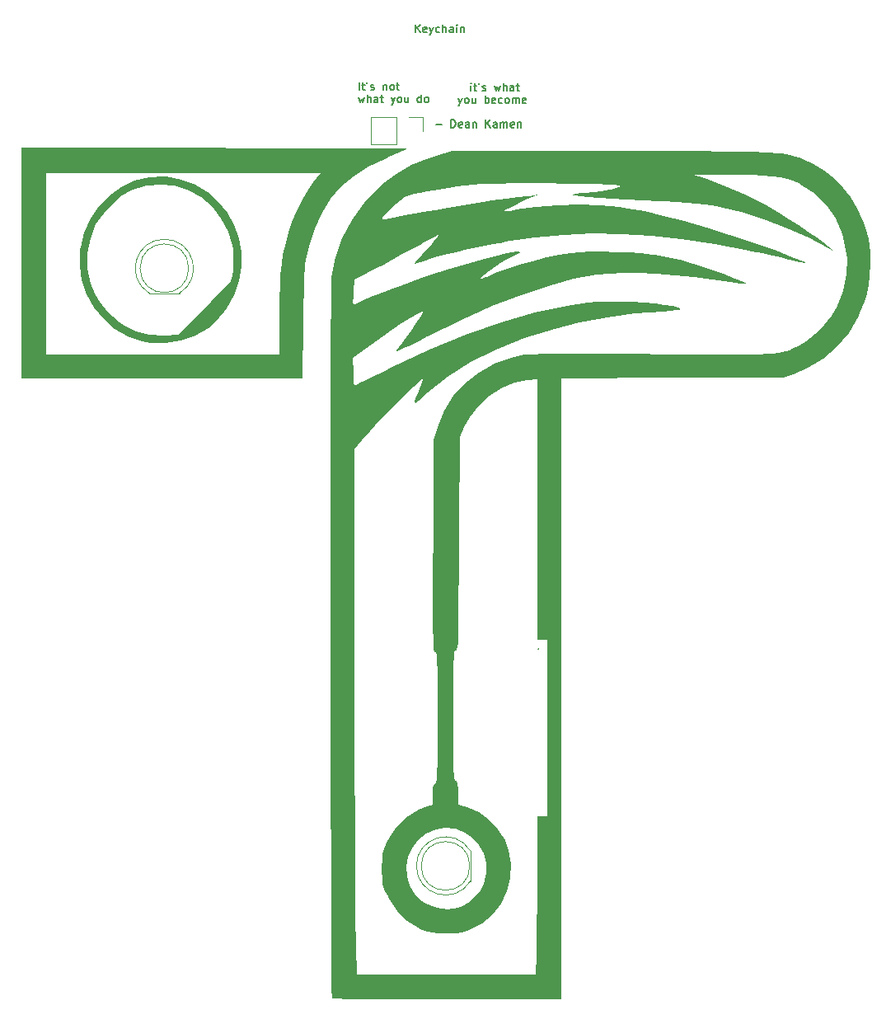
<source format=gbr>
%TF.GenerationSoftware,KiCad,Pcbnew,9.0.1*%
%TF.CreationDate,2025-04-25T03:06:48-06:00*%
%TF.ProjectId,Now were talkin,4e6f7720-7765-4726-9520-74616c6b696e,rev?*%
%TF.SameCoordinates,Original*%
%TF.FileFunction,Legend,Top*%
%TF.FilePolarity,Positive*%
%FSLAX46Y46*%
G04 Gerber Fmt 4.6, Leading zero omitted, Abs format (unit mm)*
G04 Created by KiCad (PCBNEW 9.0.1) date 2025-04-25 03:06:48*
%MOMM*%
%LPD*%
G01*
G04 APERTURE LIST*
%ADD10C,0.160000*%
%ADD11C,0.120000*%
%ADD12C,0.000000*%
G04 APERTURE END LIST*
D10*
X168795739Y-92089013D02*
X169405263Y-92089013D01*
X170395739Y-92393775D02*
X170395739Y-91593775D01*
X170395739Y-91593775D02*
X170586215Y-91593775D01*
X170586215Y-91593775D02*
X170700501Y-91631870D01*
X170700501Y-91631870D02*
X170776691Y-91708060D01*
X170776691Y-91708060D02*
X170814786Y-91784251D01*
X170814786Y-91784251D02*
X170852882Y-91936632D01*
X170852882Y-91936632D02*
X170852882Y-92050918D01*
X170852882Y-92050918D02*
X170814786Y-92203299D01*
X170814786Y-92203299D02*
X170776691Y-92279489D01*
X170776691Y-92279489D02*
X170700501Y-92355680D01*
X170700501Y-92355680D02*
X170586215Y-92393775D01*
X170586215Y-92393775D02*
X170395739Y-92393775D01*
X171500501Y-92355680D02*
X171424310Y-92393775D01*
X171424310Y-92393775D02*
X171271929Y-92393775D01*
X171271929Y-92393775D02*
X171195739Y-92355680D01*
X171195739Y-92355680D02*
X171157643Y-92279489D01*
X171157643Y-92279489D02*
X171157643Y-91974727D01*
X171157643Y-91974727D02*
X171195739Y-91898537D01*
X171195739Y-91898537D02*
X171271929Y-91860441D01*
X171271929Y-91860441D02*
X171424310Y-91860441D01*
X171424310Y-91860441D02*
X171500501Y-91898537D01*
X171500501Y-91898537D02*
X171538596Y-91974727D01*
X171538596Y-91974727D02*
X171538596Y-92050918D01*
X171538596Y-92050918D02*
X171157643Y-92127108D01*
X172224310Y-92393775D02*
X172224310Y-91974727D01*
X172224310Y-91974727D02*
X172186215Y-91898537D01*
X172186215Y-91898537D02*
X172110024Y-91860441D01*
X172110024Y-91860441D02*
X171957643Y-91860441D01*
X171957643Y-91860441D02*
X171881453Y-91898537D01*
X172224310Y-92355680D02*
X172148119Y-92393775D01*
X172148119Y-92393775D02*
X171957643Y-92393775D01*
X171957643Y-92393775D02*
X171881453Y-92355680D01*
X171881453Y-92355680D02*
X171843357Y-92279489D01*
X171843357Y-92279489D02*
X171843357Y-92203299D01*
X171843357Y-92203299D02*
X171881453Y-92127108D01*
X171881453Y-92127108D02*
X171957643Y-92089013D01*
X171957643Y-92089013D02*
X172148119Y-92089013D01*
X172148119Y-92089013D02*
X172224310Y-92050918D01*
X172605263Y-91860441D02*
X172605263Y-92393775D01*
X172605263Y-91936632D02*
X172643358Y-91898537D01*
X172643358Y-91898537D02*
X172719548Y-91860441D01*
X172719548Y-91860441D02*
X172833834Y-91860441D01*
X172833834Y-91860441D02*
X172910025Y-91898537D01*
X172910025Y-91898537D02*
X172948120Y-91974727D01*
X172948120Y-91974727D02*
X172948120Y-92393775D01*
X173938597Y-92393775D02*
X173938597Y-91593775D01*
X174395740Y-92393775D02*
X174052882Y-91936632D01*
X174395740Y-91593775D02*
X173938597Y-92050918D01*
X175081454Y-92393775D02*
X175081454Y-91974727D01*
X175081454Y-91974727D02*
X175043359Y-91898537D01*
X175043359Y-91898537D02*
X174967168Y-91860441D01*
X174967168Y-91860441D02*
X174814787Y-91860441D01*
X174814787Y-91860441D02*
X174738597Y-91898537D01*
X175081454Y-92355680D02*
X175005263Y-92393775D01*
X175005263Y-92393775D02*
X174814787Y-92393775D01*
X174814787Y-92393775D02*
X174738597Y-92355680D01*
X174738597Y-92355680D02*
X174700501Y-92279489D01*
X174700501Y-92279489D02*
X174700501Y-92203299D01*
X174700501Y-92203299D02*
X174738597Y-92127108D01*
X174738597Y-92127108D02*
X174814787Y-92089013D01*
X174814787Y-92089013D02*
X175005263Y-92089013D01*
X175005263Y-92089013D02*
X175081454Y-92050918D01*
X175462407Y-92393775D02*
X175462407Y-91860441D01*
X175462407Y-91936632D02*
X175500502Y-91898537D01*
X175500502Y-91898537D02*
X175576692Y-91860441D01*
X175576692Y-91860441D02*
X175690978Y-91860441D01*
X175690978Y-91860441D02*
X175767169Y-91898537D01*
X175767169Y-91898537D02*
X175805264Y-91974727D01*
X175805264Y-91974727D02*
X175805264Y-92393775D01*
X175805264Y-91974727D02*
X175843359Y-91898537D01*
X175843359Y-91898537D02*
X175919550Y-91860441D01*
X175919550Y-91860441D02*
X176033835Y-91860441D01*
X176033835Y-91860441D02*
X176110026Y-91898537D01*
X176110026Y-91898537D02*
X176148121Y-91974727D01*
X176148121Y-91974727D02*
X176148121Y-92393775D01*
X176833836Y-92355680D02*
X176757645Y-92393775D01*
X176757645Y-92393775D02*
X176605264Y-92393775D01*
X176605264Y-92393775D02*
X176529074Y-92355680D01*
X176529074Y-92355680D02*
X176490978Y-92279489D01*
X176490978Y-92279489D02*
X176490978Y-91974727D01*
X176490978Y-91974727D02*
X176529074Y-91898537D01*
X176529074Y-91898537D02*
X176605264Y-91860441D01*
X176605264Y-91860441D02*
X176757645Y-91860441D01*
X176757645Y-91860441D02*
X176833836Y-91898537D01*
X176833836Y-91898537D02*
X176871931Y-91974727D01*
X176871931Y-91974727D02*
X176871931Y-92050918D01*
X176871931Y-92050918D02*
X176490978Y-92127108D01*
X177214788Y-91860441D02*
X177214788Y-92393775D01*
X177214788Y-91936632D02*
X177252883Y-91898537D01*
X177252883Y-91898537D02*
X177329073Y-91860441D01*
X177329073Y-91860441D02*
X177443359Y-91860441D01*
X177443359Y-91860441D02*
X177519550Y-91898537D01*
X177519550Y-91898537D02*
X177557645Y-91974727D01*
X177557645Y-91974727D02*
X177557645Y-92393775D01*
X166754291Y-82625440D02*
X166754291Y-81825440D01*
X167211434Y-82625440D02*
X166868576Y-82168297D01*
X167211434Y-81825440D02*
X166754291Y-82282583D01*
X167859053Y-82587345D02*
X167782862Y-82625440D01*
X167782862Y-82625440D02*
X167630481Y-82625440D01*
X167630481Y-82625440D02*
X167554291Y-82587345D01*
X167554291Y-82587345D02*
X167516195Y-82511154D01*
X167516195Y-82511154D02*
X167516195Y-82206392D01*
X167516195Y-82206392D02*
X167554291Y-82130202D01*
X167554291Y-82130202D02*
X167630481Y-82092106D01*
X167630481Y-82092106D02*
X167782862Y-82092106D01*
X167782862Y-82092106D02*
X167859053Y-82130202D01*
X167859053Y-82130202D02*
X167897148Y-82206392D01*
X167897148Y-82206392D02*
X167897148Y-82282583D01*
X167897148Y-82282583D02*
X167516195Y-82358773D01*
X168163814Y-82092106D02*
X168354290Y-82625440D01*
X168544767Y-82092106D02*
X168354290Y-82625440D01*
X168354290Y-82625440D02*
X168278100Y-82815916D01*
X168278100Y-82815916D02*
X168240005Y-82854011D01*
X168240005Y-82854011D02*
X168163814Y-82892106D01*
X169192386Y-82587345D02*
X169116195Y-82625440D01*
X169116195Y-82625440D02*
X168963814Y-82625440D01*
X168963814Y-82625440D02*
X168887624Y-82587345D01*
X168887624Y-82587345D02*
X168849529Y-82549249D01*
X168849529Y-82549249D02*
X168811433Y-82473059D01*
X168811433Y-82473059D02*
X168811433Y-82244487D01*
X168811433Y-82244487D02*
X168849529Y-82168297D01*
X168849529Y-82168297D02*
X168887624Y-82130202D01*
X168887624Y-82130202D02*
X168963814Y-82092106D01*
X168963814Y-82092106D02*
X169116195Y-82092106D01*
X169116195Y-82092106D02*
X169192386Y-82130202D01*
X169535243Y-82625440D02*
X169535243Y-81825440D01*
X169878100Y-82625440D02*
X169878100Y-82206392D01*
X169878100Y-82206392D02*
X169840005Y-82130202D01*
X169840005Y-82130202D02*
X169763814Y-82092106D01*
X169763814Y-82092106D02*
X169649528Y-82092106D01*
X169649528Y-82092106D02*
X169573338Y-82130202D01*
X169573338Y-82130202D02*
X169535243Y-82168297D01*
X170601910Y-82625440D02*
X170601910Y-82206392D01*
X170601910Y-82206392D02*
X170563815Y-82130202D01*
X170563815Y-82130202D02*
X170487624Y-82092106D01*
X170487624Y-82092106D02*
X170335243Y-82092106D01*
X170335243Y-82092106D02*
X170259053Y-82130202D01*
X170601910Y-82587345D02*
X170525719Y-82625440D01*
X170525719Y-82625440D02*
X170335243Y-82625440D01*
X170335243Y-82625440D02*
X170259053Y-82587345D01*
X170259053Y-82587345D02*
X170220957Y-82511154D01*
X170220957Y-82511154D02*
X170220957Y-82434964D01*
X170220957Y-82434964D02*
X170259053Y-82358773D01*
X170259053Y-82358773D02*
X170335243Y-82320678D01*
X170335243Y-82320678D02*
X170525719Y-82320678D01*
X170525719Y-82320678D02*
X170601910Y-82282583D01*
X170982863Y-82625440D02*
X170982863Y-82092106D01*
X170982863Y-81825440D02*
X170944767Y-81863535D01*
X170944767Y-81863535D02*
X170982863Y-81901630D01*
X170982863Y-81901630D02*
X171020958Y-81863535D01*
X171020958Y-81863535D02*
X170982863Y-81825440D01*
X170982863Y-81825440D02*
X170982863Y-81901630D01*
X171363815Y-82092106D02*
X171363815Y-82625440D01*
X171363815Y-82168297D02*
X171401910Y-82130202D01*
X171401910Y-82130202D02*
X171478100Y-82092106D01*
X171478100Y-82092106D02*
X171592386Y-82092106D01*
X171592386Y-82092106D02*
X171668577Y-82130202D01*
X171668577Y-82130202D02*
X171706672Y-82206392D01*
X171706672Y-82206392D02*
X171706672Y-82625440D01*
X172422478Y-88605820D02*
X172422478Y-88072486D01*
X172422478Y-87805820D02*
X172384382Y-87843915D01*
X172384382Y-87843915D02*
X172422478Y-87882010D01*
X172422478Y-87882010D02*
X172460573Y-87843915D01*
X172460573Y-87843915D02*
X172422478Y-87805820D01*
X172422478Y-87805820D02*
X172422478Y-87882010D01*
X172689144Y-88072486D02*
X172993906Y-88072486D01*
X172803430Y-87805820D02*
X172803430Y-88491534D01*
X172803430Y-88491534D02*
X172841525Y-88567725D01*
X172841525Y-88567725D02*
X172917715Y-88605820D01*
X172917715Y-88605820D02*
X172993906Y-88605820D01*
X173298668Y-87805820D02*
X173222477Y-87958201D01*
X173603429Y-88567725D02*
X173679620Y-88605820D01*
X173679620Y-88605820D02*
X173832001Y-88605820D01*
X173832001Y-88605820D02*
X173908191Y-88567725D01*
X173908191Y-88567725D02*
X173946287Y-88491534D01*
X173946287Y-88491534D02*
X173946287Y-88453439D01*
X173946287Y-88453439D02*
X173908191Y-88377248D01*
X173908191Y-88377248D02*
X173832001Y-88339153D01*
X173832001Y-88339153D02*
X173717715Y-88339153D01*
X173717715Y-88339153D02*
X173641525Y-88301058D01*
X173641525Y-88301058D02*
X173603429Y-88224867D01*
X173603429Y-88224867D02*
X173603429Y-88186772D01*
X173603429Y-88186772D02*
X173641525Y-88110582D01*
X173641525Y-88110582D02*
X173717715Y-88072486D01*
X173717715Y-88072486D02*
X173832001Y-88072486D01*
X173832001Y-88072486D02*
X173908191Y-88110582D01*
X174822477Y-88072486D02*
X174974858Y-88605820D01*
X174974858Y-88605820D02*
X175127239Y-88224867D01*
X175127239Y-88224867D02*
X175279620Y-88605820D01*
X175279620Y-88605820D02*
X175432001Y-88072486D01*
X175736763Y-88605820D02*
X175736763Y-87805820D01*
X176079620Y-88605820D02*
X176079620Y-88186772D01*
X176079620Y-88186772D02*
X176041525Y-88110582D01*
X176041525Y-88110582D02*
X175965334Y-88072486D01*
X175965334Y-88072486D02*
X175851048Y-88072486D01*
X175851048Y-88072486D02*
X175774858Y-88110582D01*
X175774858Y-88110582D02*
X175736763Y-88148677D01*
X176803430Y-88605820D02*
X176803430Y-88186772D01*
X176803430Y-88186772D02*
X176765335Y-88110582D01*
X176765335Y-88110582D02*
X176689144Y-88072486D01*
X176689144Y-88072486D02*
X176536763Y-88072486D01*
X176536763Y-88072486D02*
X176460573Y-88110582D01*
X176803430Y-88567725D02*
X176727239Y-88605820D01*
X176727239Y-88605820D02*
X176536763Y-88605820D01*
X176536763Y-88605820D02*
X176460573Y-88567725D01*
X176460573Y-88567725D02*
X176422477Y-88491534D01*
X176422477Y-88491534D02*
X176422477Y-88415344D01*
X176422477Y-88415344D02*
X176460573Y-88339153D01*
X176460573Y-88339153D02*
X176536763Y-88301058D01*
X176536763Y-88301058D02*
X176727239Y-88301058D01*
X176727239Y-88301058D02*
X176803430Y-88262963D01*
X177070097Y-88072486D02*
X177374859Y-88072486D01*
X177184383Y-87805820D02*
X177184383Y-88491534D01*
X177184383Y-88491534D02*
X177222478Y-88567725D01*
X177222478Y-88567725D02*
X177298668Y-88605820D01*
X177298668Y-88605820D02*
X177374859Y-88605820D01*
X171127239Y-89360441D02*
X171317715Y-89893775D01*
X171508192Y-89360441D02*
X171317715Y-89893775D01*
X171317715Y-89893775D02*
X171241525Y-90084251D01*
X171241525Y-90084251D02*
X171203430Y-90122346D01*
X171203430Y-90122346D02*
X171127239Y-90160441D01*
X171927239Y-89893775D02*
X171851049Y-89855680D01*
X171851049Y-89855680D02*
X171812954Y-89817584D01*
X171812954Y-89817584D02*
X171774858Y-89741394D01*
X171774858Y-89741394D02*
X171774858Y-89512822D01*
X171774858Y-89512822D02*
X171812954Y-89436632D01*
X171812954Y-89436632D02*
X171851049Y-89398537D01*
X171851049Y-89398537D02*
X171927239Y-89360441D01*
X171927239Y-89360441D02*
X172041525Y-89360441D01*
X172041525Y-89360441D02*
X172117716Y-89398537D01*
X172117716Y-89398537D02*
X172155811Y-89436632D01*
X172155811Y-89436632D02*
X172193906Y-89512822D01*
X172193906Y-89512822D02*
X172193906Y-89741394D01*
X172193906Y-89741394D02*
X172155811Y-89817584D01*
X172155811Y-89817584D02*
X172117716Y-89855680D01*
X172117716Y-89855680D02*
X172041525Y-89893775D01*
X172041525Y-89893775D02*
X171927239Y-89893775D01*
X172879621Y-89360441D02*
X172879621Y-89893775D01*
X172536764Y-89360441D02*
X172536764Y-89779489D01*
X172536764Y-89779489D02*
X172574859Y-89855680D01*
X172574859Y-89855680D02*
X172651049Y-89893775D01*
X172651049Y-89893775D02*
X172765335Y-89893775D01*
X172765335Y-89893775D02*
X172841526Y-89855680D01*
X172841526Y-89855680D02*
X172879621Y-89817584D01*
X173870098Y-89893775D02*
X173870098Y-89093775D01*
X173870098Y-89398537D02*
X173946288Y-89360441D01*
X173946288Y-89360441D02*
X174098669Y-89360441D01*
X174098669Y-89360441D02*
X174174860Y-89398537D01*
X174174860Y-89398537D02*
X174212955Y-89436632D01*
X174212955Y-89436632D02*
X174251050Y-89512822D01*
X174251050Y-89512822D02*
X174251050Y-89741394D01*
X174251050Y-89741394D02*
X174212955Y-89817584D01*
X174212955Y-89817584D02*
X174174860Y-89855680D01*
X174174860Y-89855680D02*
X174098669Y-89893775D01*
X174098669Y-89893775D02*
X173946288Y-89893775D01*
X173946288Y-89893775D02*
X173870098Y-89855680D01*
X174898670Y-89855680D02*
X174822479Y-89893775D01*
X174822479Y-89893775D02*
X174670098Y-89893775D01*
X174670098Y-89893775D02*
X174593908Y-89855680D01*
X174593908Y-89855680D02*
X174555812Y-89779489D01*
X174555812Y-89779489D02*
X174555812Y-89474727D01*
X174555812Y-89474727D02*
X174593908Y-89398537D01*
X174593908Y-89398537D02*
X174670098Y-89360441D01*
X174670098Y-89360441D02*
X174822479Y-89360441D01*
X174822479Y-89360441D02*
X174898670Y-89398537D01*
X174898670Y-89398537D02*
X174936765Y-89474727D01*
X174936765Y-89474727D02*
X174936765Y-89550918D01*
X174936765Y-89550918D02*
X174555812Y-89627108D01*
X175622479Y-89855680D02*
X175546288Y-89893775D01*
X175546288Y-89893775D02*
X175393907Y-89893775D01*
X175393907Y-89893775D02*
X175317717Y-89855680D01*
X175317717Y-89855680D02*
X175279622Y-89817584D01*
X175279622Y-89817584D02*
X175241526Y-89741394D01*
X175241526Y-89741394D02*
X175241526Y-89512822D01*
X175241526Y-89512822D02*
X175279622Y-89436632D01*
X175279622Y-89436632D02*
X175317717Y-89398537D01*
X175317717Y-89398537D02*
X175393907Y-89360441D01*
X175393907Y-89360441D02*
X175546288Y-89360441D01*
X175546288Y-89360441D02*
X175622479Y-89398537D01*
X176079621Y-89893775D02*
X176003431Y-89855680D01*
X176003431Y-89855680D02*
X175965336Y-89817584D01*
X175965336Y-89817584D02*
X175927240Y-89741394D01*
X175927240Y-89741394D02*
X175927240Y-89512822D01*
X175927240Y-89512822D02*
X175965336Y-89436632D01*
X175965336Y-89436632D02*
X176003431Y-89398537D01*
X176003431Y-89398537D02*
X176079621Y-89360441D01*
X176079621Y-89360441D02*
X176193907Y-89360441D01*
X176193907Y-89360441D02*
X176270098Y-89398537D01*
X176270098Y-89398537D02*
X176308193Y-89436632D01*
X176308193Y-89436632D02*
X176346288Y-89512822D01*
X176346288Y-89512822D02*
X176346288Y-89741394D01*
X176346288Y-89741394D02*
X176308193Y-89817584D01*
X176308193Y-89817584D02*
X176270098Y-89855680D01*
X176270098Y-89855680D02*
X176193907Y-89893775D01*
X176193907Y-89893775D02*
X176079621Y-89893775D01*
X176689146Y-89893775D02*
X176689146Y-89360441D01*
X176689146Y-89436632D02*
X176727241Y-89398537D01*
X176727241Y-89398537D02*
X176803431Y-89360441D01*
X176803431Y-89360441D02*
X176917717Y-89360441D01*
X176917717Y-89360441D02*
X176993908Y-89398537D01*
X176993908Y-89398537D02*
X177032003Y-89474727D01*
X177032003Y-89474727D02*
X177032003Y-89893775D01*
X177032003Y-89474727D02*
X177070098Y-89398537D01*
X177070098Y-89398537D02*
X177146289Y-89360441D01*
X177146289Y-89360441D02*
X177260574Y-89360441D01*
X177260574Y-89360441D02*
X177336765Y-89398537D01*
X177336765Y-89398537D02*
X177374860Y-89474727D01*
X177374860Y-89474727D02*
X177374860Y-89893775D01*
X178060575Y-89855680D02*
X177984384Y-89893775D01*
X177984384Y-89893775D02*
X177832003Y-89893775D01*
X177832003Y-89893775D02*
X177755813Y-89855680D01*
X177755813Y-89855680D02*
X177717717Y-89779489D01*
X177717717Y-89779489D02*
X177717717Y-89474727D01*
X177717717Y-89474727D02*
X177755813Y-89398537D01*
X177755813Y-89398537D02*
X177832003Y-89360441D01*
X177832003Y-89360441D02*
X177984384Y-89360441D01*
X177984384Y-89360441D02*
X178060575Y-89398537D01*
X178060575Y-89398537D02*
X178098670Y-89474727D01*
X178098670Y-89474727D02*
X178098670Y-89550918D01*
X178098670Y-89550918D02*
X177717717Y-89627108D01*
X160942802Y-88527756D02*
X160942802Y-87727756D01*
X161209468Y-87994422D02*
X161514230Y-87994422D01*
X161323754Y-87727756D02*
X161323754Y-88413470D01*
X161323754Y-88413470D02*
X161361849Y-88489661D01*
X161361849Y-88489661D02*
X161438039Y-88527756D01*
X161438039Y-88527756D02*
X161514230Y-88527756D01*
X161818992Y-87727756D02*
X161742801Y-87880137D01*
X162123753Y-88489661D02*
X162199944Y-88527756D01*
X162199944Y-88527756D02*
X162352325Y-88527756D01*
X162352325Y-88527756D02*
X162428515Y-88489661D01*
X162428515Y-88489661D02*
X162466611Y-88413470D01*
X162466611Y-88413470D02*
X162466611Y-88375375D01*
X162466611Y-88375375D02*
X162428515Y-88299184D01*
X162428515Y-88299184D02*
X162352325Y-88261089D01*
X162352325Y-88261089D02*
X162238039Y-88261089D01*
X162238039Y-88261089D02*
X162161849Y-88222994D01*
X162161849Y-88222994D02*
X162123753Y-88146803D01*
X162123753Y-88146803D02*
X162123753Y-88108708D01*
X162123753Y-88108708D02*
X162161849Y-88032518D01*
X162161849Y-88032518D02*
X162238039Y-87994422D01*
X162238039Y-87994422D02*
X162352325Y-87994422D01*
X162352325Y-87994422D02*
X162428515Y-88032518D01*
X163418992Y-87994422D02*
X163418992Y-88527756D01*
X163418992Y-88070613D02*
X163457087Y-88032518D01*
X163457087Y-88032518D02*
X163533277Y-87994422D01*
X163533277Y-87994422D02*
X163647563Y-87994422D01*
X163647563Y-87994422D02*
X163723754Y-88032518D01*
X163723754Y-88032518D02*
X163761849Y-88108708D01*
X163761849Y-88108708D02*
X163761849Y-88527756D01*
X164257087Y-88527756D02*
X164180897Y-88489661D01*
X164180897Y-88489661D02*
X164142802Y-88451565D01*
X164142802Y-88451565D02*
X164104706Y-88375375D01*
X164104706Y-88375375D02*
X164104706Y-88146803D01*
X164104706Y-88146803D02*
X164142802Y-88070613D01*
X164142802Y-88070613D02*
X164180897Y-88032518D01*
X164180897Y-88032518D02*
X164257087Y-87994422D01*
X164257087Y-87994422D02*
X164371373Y-87994422D01*
X164371373Y-87994422D02*
X164447564Y-88032518D01*
X164447564Y-88032518D02*
X164485659Y-88070613D01*
X164485659Y-88070613D02*
X164523754Y-88146803D01*
X164523754Y-88146803D02*
X164523754Y-88375375D01*
X164523754Y-88375375D02*
X164485659Y-88451565D01*
X164485659Y-88451565D02*
X164447564Y-88489661D01*
X164447564Y-88489661D02*
X164371373Y-88527756D01*
X164371373Y-88527756D02*
X164257087Y-88527756D01*
X164752326Y-87994422D02*
X165057088Y-87994422D01*
X164866612Y-87727756D02*
X164866612Y-88413470D01*
X164866612Y-88413470D02*
X164904707Y-88489661D01*
X164904707Y-88489661D02*
X164980897Y-88527756D01*
X164980897Y-88527756D02*
X165057088Y-88527756D01*
X160866611Y-89282377D02*
X161018992Y-89815711D01*
X161018992Y-89815711D02*
X161171373Y-89434758D01*
X161171373Y-89434758D02*
X161323754Y-89815711D01*
X161323754Y-89815711D02*
X161476135Y-89282377D01*
X161780897Y-89815711D02*
X161780897Y-89015711D01*
X162123754Y-89815711D02*
X162123754Y-89396663D01*
X162123754Y-89396663D02*
X162085659Y-89320473D01*
X162085659Y-89320473D02*
X162009468Y-89282377D01*
X162009468Y-89282377D02*
X161895182Y-89282377D01*
X161895182Y-89282377D02*
X161818992Y-89320473D01*
X161818992Y-89320473D02*
X161780897Y-89358568D01*
X162847564Y-89815711D02*
X162847564Y-89396663D01*
X162847564Y-89396663D02*
X162809469Y-89320473D01*
X162809469Y-89320473D02*
X162733278Y-89282377D01*
X162733278Y-89282377D02*
X162580897Y-89282377D01*
X162580897Y-89282377D02*
X162504707Y-89320473D01*
X162847564Y-89777616D02*
X162771373Y-89815711D01*
X162771373Y-89815711D02*
X162580897Y-89815711D01*
X162580897Y-89815711D02*
X162504707Y-89777616D01*
X162504707Y-89777616D02*
X162466611Y-89701425D01*
X162466611Y-89701425D02*
X162466611Y-89625235D01*
X162466611Y-89625235D02*
X162504707Y-89549044D01*
X162504707Y-89549044D02*
X162580897Y-89510949D01*
X162580897Y-89510949D02*
X162771373Y-89510949D01*
X162771373Y-89510949D02*
X162847564Y-89472854D01*
X163114231Y-89282377D02*
X163418993Y-89282377D01*
X163228517Y-89015711D02*
X163228517Y-89701425D01*
X163228517Y-89701425D02*
X163266612Y-89777616D01*
X163266612Y-89777616D02*
X163342802Y-89815711D01*
X163342802Y-89815711D02*
X163418993Y-89815711D01*
X164218993Y-89282377D02*
X164409469Y-89815711D01*
X164599946Y-89282377D02*
X164409469Y-89815711D01*
X164409469Y-89815711D02*
X164333279Y-90006187D01*
X164333279Y-90006187D02*
X164295184Y-90044282D01*
X164295184Y-90044282D02*
X164218993Y-90082377D01*
X165018993Y-89815711D02*
X164942803Y-89777616D01*
X164942803Y-89777616D02*
X164904708Y-89739520D01*
X164904708Y-89739520D02*
X164866612Y-89663330D01*
X164866612Y-89663330D02*
X164866612Y-89434758D01*
X164866612Y-89434758D02*
X164904708Y-89358568D01*
X164904708Y-89358568D02*
X164942803Y-89320473D01*
X164942803Y-89320473D02*
X165018993Y-89282377D01*
X165018993Y-89282377D02*
X165133279Y-89282377D01*
X165133279Y-89282377D02*
X165209470Y-89320473D01*
X165209470Y-89320473D02*
X165247565Y-89358568D01*
X165247565Y-89358568D02*
X165285660Y-89434758D01*
X165285660Y-89434758D02*
X165285660Y-89663330D01*
X165285660Y-89663330D02*
X165247565Y-89739520D01*
X165247565Y-89739520D02*
X165209470Y-89777616D01*
X165209470Y-89777616D02*
X165133279Y-89815711D01*
X165133279Y-89815711D02*
X165018993Y-89815711D01*
X165971375Y-89282377D02*
X165971375Y-89815711D01*
X165628518Y-89282377D02*
X165628518Y-89701425D01*
X165628518Y-89701425D02*
X165666613Y-89777616D01*
X165666613Y-89777616D02*
X165742803Y-89815711D01*
X165742803Y-89815711D02*
X165857089Y-89815711D01*
X165857089Y-89815711D02*
X165933280Y-89777616D01*
X165933280Y-89777616D02*
X165971375Y-89739520D01*
X167304709Y-89815711D02*
X167304709Y-89015711D01*
X167304709Y-89777616D02*
X167228518Y-89815711D01*
X167228518Y-89815711D02*
X167076137Y-89815711D01*
X167076137Y-89815711D02*
X166999947Y-89777616D01*
X166999947Y-89777616D02*
X166961852Y-89739520D01*
X166961852Y-89739520D02*
X166923756Y-89663330D01*
X166923756Y-89663330D02*
X166923756Y-89434758D01*
X166923756Y-89434758D02*
X166961852Y-89358568D01*
X166961852Y-89358568D02*
X166999947Y-89320473D01*
X166999947Y-89320473D02*
X167076137Y-89282377D01*
X167076137Y-89282377D02*
X167228518Y-89282377D01*
X167228518Y-89282377D02*
X167304709Y-89320473D01*
X167799947Y-89815711D02*
X167723757Y-89777616D01*
X167723757Y-89777616D02*
X167685662Y-89739520D01*
X167685662Y-89739520D02*
X167647566Y-89663330D01*
X167647566Y-89663330D02*
X167647566Y-89434758D01*
X167647566Y-89434758D02*
X167685662Y-89358568D01*
X167685662Y-89358568D02*
X167723757Y-89320473D01*
X167723757Y-89320473D02*
X167799947Y-89282377D01*
X167799947Y-89282377D02*
X167914233Y-89282377D01*
X167914233Y-89282377D02*
X167990424Y-89320473D01*
X167990424Y-89320473D02*
X168028519Y-89358568D01*
X168028519Y-89358568D02*
X168066614Y-89434758D01*
X168066614Y-89434758D02*
X168066614Y-89663330D01*
X168066614Y-89663330D02*
X168028519Y-89739520D01*
X168028519Y-89739520D02*
X167990424Y-89777616D01*
X167990424Y-89777616D02*
X167914233Y-89815711D01*
X167914233Y-89815711D02*
X167799947Y-89815711D01*
D11*
%TO.C,D3*%
X139379867Y-109400290D02*
X142469867Y-109400290D01*
X139380037Y-109400290D02*
G75*
G02*
X140924819Y-103850290I1544830J2560000D01*
G01*
X140924915Y-103850290D02*
G75*
G02*
X142469697Y-109400290I-48J-2990000D01*
G01*
X143424867Y-106840290D02*
G75*
G02*
X138424867Y-106840290I-2500000J0D01*
G01*
X138424867Y-106840290D02*
G75*
G02*
X143424867Y-106840290I2500000J0D01*
G01*
D12*
%TO.C,G\u002A\u002A\u002A*%
G36*
X179379284Y-145827417D02*
G01*
X179398524Y-146018201D01*
X179379284Y-146041763D01*
X179283713Y-146019696D01*
X179272111Y-145934590D01*
X179330931Y-145802267D01*
X179379284Y-145827417D01*
G37*
G36*
X148514577Y-94492200D02*
G01*
X150915472Y-94494090D01*
X153205088Y-94497143D01*
X155364138Y-94501279D01*
X157373335Y-94506418D01*
X159213392Y-94512481D01*
X160865022Y-94519387D01*
X162308939Y-94527058D01*
X163525856Y-94535413D01*
X164496485Y-94544373D01*
X165201540Y-94553858D01*
X165621735Y-94563788D01*
X165740406Y-94573047D01*
X165570722Y-94665444D01*
X165164306Y-94860419D01*
X164578708Y-95131048D01*
X163871480Y-95450407D01*
X163732180Y-95512557D01*
X161921417Y-96409106D01*
X160388622Y-97378158D01*
X159102218Y-98457684D01*
X158030627Y-99685656D01*
X157142271Y-101100044D01*
X156405571Y-102738820D01*
X155788951Y-104639955D01*
X155623850Y-105262438D01*
X155530747Y-105652468D01*
X155454752Y-106041573D01*
X155393527Y-106469072D01*
X155344735Y-106974286D01*
X155306038Y-107596534D01*
X155275100Y-108375136D01*
X155249583Y-109349411D01*
X155227150Y-110558679D01*
X155205463Y-112042260D01*
X155201000Y-112376046D01*
X155124964Y-118123198D01*
X140673221Y-118123198D01*
X126221478Y-118123198D01*
X126221478Y-115711806D01*
X128793630Y-115711806D01*
X140770212Y-115711806D01*
X152746795Y-115711806D01*
X152746795Y-111640767D01*
X152756848Y-110002439D01*
X152791306Y-108624878D01*
X152856622Y-107447832D01*
X152959243Y-106411051D01*
X153105622Y-105454285D01*
X153302209Y-104517282D01*
X153555453Y-103539791D01*
X153649548Y-103208474D01*
X154045956Y-102059937D01*
X154581791Y-100822623D01*
X155201549Y-99608639D01*
X155849726Y-98530087D01*
X156234200Y-97988071D01*
X156945333Y-97063704D01*
X142869482Y-97063704D01*
X128793630Y-97063704D01*
X128793630Y-106387755D01*
X128793630Y-115711806D01*
X126221478Y-115711806D01*
X126221478Y-106387755D01*
X126221478Y-106307375D01*
X126221478Y-94491552D01*
X146021689Y-94491552D01*
X148514577Y-94492200D01*
G37*
G36*
X141129529Y-97443380D02*
G01*
X142700499Y-97722742D01*
X144124968Y-98262892D01*
X145389197Y-99031787D01*
X146479447Y-99997384D01*
X147381977Y-101127643D01*
X148083048Y-102390520D01*
X148568921Y-103753974D01*
X148825855Y-105185963D01*
X148840112Y-106654444D01*
X148597950Y-108127375D01*
X148085632Y-109572715D01*
X147289417Y-110958421D01*
X147059355Y-111272295D01*
X146560188Y-111874134D01*
X146023992Y-112441788D01*
X145548245Y-112873811D01*
X145444927Y-112952519D01*
X144068946Y-113757431D01*
X142583450Y-114293239D01*
X141043418Y-114548558D01*
X139503826Y-114512006D01*
X138655884Y-114358241D01*
X137172990Y-113840247D01*
X135838091Y-113061713D01*
X134674922Y-112058638D01*
X133707219Y-110867020D01*
X132958721Y-109522859D01*
X132453161Y-108062151D01*
X132214278Y-106520896D01*
X132253455Y-105315215D01*
X133038328Y-105315215D01*
X133054987Y-106864392D01*
X133363234Y-108378316D01*
X133852131Y-109592243D01*
X134289023Y-110291009D01*
X134900140Y-111058035D01*
X135599476Y-111800456D01*
X136301022Y-112425403D01*
X136799202Y-112774370D01*
X138043393Y-113351099D01*
X139379560Y-113662188D01*
X140869700Y-113721901D01*
X140910089Y-113720270D01*
X142336041Y-113660097D01*
X144979635Y-111028673D01*
X145742269Y-110263983D01*
X146433042Y-109560785D01*
X147017323Y-108955189D01*
X147460480Y-108483306D01*
X147727884Y-108181245D01*
X147787125Y-108101251D01*
X147913345Y-107696423D01*
X148000090Y-107068311D01*
X148043193Y-106313204D01*
X148038487Y-105527392D01*
X147981803Y-104807167D01*
X147941040Y-104544966D01*
X147505603Y-103086318D01*
X146766526Y-101711319D01*
X145860645Y-100573957D01*
X144706732Y-99563357D01*
X143415490Y-98829337D01*
X142025367Y-98379258D01*
X140574809Y-98220484D01*
X139102262Y-98360376D01*
X137646173Y-98806297D01*
X137340154Y-98942295D01*
X136594748Y-99393082D01*
X135787892Y-100044061D01*
X135006548Y-100810208D01*
X134337675Y-101606497D01*
X133878982Y-102326483D01*
X133313059Y-103784630D01*
X133038328Y-105315215D01*
X132253455Y-105315215D01*
X132265807Y-104935091D01*
X132297083Y-104714560D01*
X132688867Y-103144287D01*
X133336646Y-101711520D01*
X134209545Y-100441674D01*
X135276691Y-99360166D01*
X136507209Y-98492413D01*
X137870225Y-97863831D01*
X139334867Y-97499836D01*
X140870259Y-97425846D01*
X141129529Y-97443380D01*
G37*
G36*
X187068947Y-94793510D02*
G01*
X189800941Y-94800839D01*
X192231388Y-94807946D01*
X194380255Y-94815684D01*
X196267511Y-94824903D01*
X197913125Y-94836456D01*
X199337066Y-94851193D01*
X200559302Y-94869966D01*
X201599803Y-94893627D01*
X202478537Y-94923026D01*
X203215474Y-94959016D01*
X203830581Y-95002447D01*
X204343828Y-95054171D01*
X204775183Y-95115040D01*
X205144616Y-95185905D01*
X205472095Y-95267617D01*
X205777588Y-95361027D01*
X206081066Y-95466988D01*
X206402495Y-95586351D01*
X206497344Y-95621883D01*
X207591435Y-96137146D01*
X208723469Y-96852270D01*
X209777732Y-97684725D01*
X210638510Y-98551982D01*
X210687099Y-98610126D01*
X211377628Y-99569227D01*
X212052423Y-100723690D01*
X212646926Y-101951084D01*
X213096581Y-103128982D01*
X213135241Y-103252945D01*
X213271987Y-103805590D01*
X213360990Y-104441486D01*
X213409294Y-105237168D01*
X213423945Y-106269171D01*
X213423832Y-106387755D01*
X213398583Y-107593814D01*
X213313377Y-108580167D01*
X213145851Y-109446423D01*
X212873640Y-110292190D01*
X212474378Y-111217076D01*
X212223609Y-111733301D01*
X211207785Y-113459674D01*
X210007750Y-114923943D01*
X208617291Y-116131752D01*
X207030198Y-117088745D01*
X205726692Y-117638343D01*
X204591731Y-118041775D01*
X193137618Y-118087596D01*
X181683504Y-118133417D01*
X181683504Y-150039067D01*
X181683504Y-181944717D01*
X169943015Y-181944717D01*
X167627658Y-181943650D01*
X165615577Y-181940244D01*
X163888532Y-181934187D01*
X162428287Y-181925168D01*
X161216603Y-181912879D01*
X160235244Y-181897007D01*
X159465972Y-181877243D01*
X158890548Y-181853275D01*
X158490735Y-181824795D01*
X158248296Y-181791490D01*
X158144993Y-181753051D01*
X158139092Y-181743768D01*
X158127854Y-181549743D01*
X158116987Y-181051655D01*
X158106506Y-180266960D01*
X158096425Y-179213114D01*
X158086758Y-177907573D01*
X158077521Y-176367793D01*
X158068726Y-174611230D01*
X158060390Y-172655340D01*
X158052525Y-170517578D01*
X158045146Y-168215401D01*
X158038268Y-165766265D01*
X158031904Y-163187625D01*
X158026070Y-160496938D01*
X158020780Y-157711659D01*
X158016047Y-154849244D01*
X158011887Y-151927150D01*
X158008313Y-148962832D01*
X158005340Y-145973746D01*
X158002983Y-142977348D01*
X158001255Y-139991094D01*
X158000171Y-137032440D01*
X157999745Y-134118842D01*
X157999992Y-131267755D01*
X158000926Y-128496637D01*
X158002561Y-125822942D01*
X158004912Y-123264127D01*
X158007993Y-120837647D01*
X158011818Y-118560959D01*
X158016402Y-116451519D01*
X158017438Y-116079406D01*
X160285783Y-116079406D01*
X160326403Y-117505842D01*
X160353488Y-118131033D01*
X160391850Y-118605591D01*
X160435033Y-118860458D01*
X160455327Y-118884623D01*
X160617490Y-118803289D01*
X161028968Y-118598640D01*
X161650906Y-118289951D01*
X162444449Y-117896496D01*
X163370739Y-117437550D01*
X164321478Y-116966766D01*
X168180544Y-115162207D01*
X171911308Y-113632266D01*
X175508464Y-112378676D01*
X178966705Y-111403172D01*
X182280723Y-110707486D01*
X184432826Y-110397032D01*
X185445645Y-110311057D01*
X186579495Y-110268395D01*
X187784155Y-110265640D01*
X189009407Y-110299392D01*
X190205030Y-110366247D01*
X191320804Y-110462802D01*
X192306510Y-110585654D01*
X193111927Y-110731400D01*
X193686836Y-110896637D01*
X193948404Y-111041823D01*
X193848397Y-111094396D01*
X193483251Y-111152459D01*
X192909113Y-111209306D01*
X192182132Y-111258231D01*
X192099670Y-111262613D01*
X189211881Y-111487660D01*
X186405111Y-111867665D01*
X183565448Y-112421005D01*
X180990805Y-113054697D01*
X177848321Y-114017942D01*
X174974813Y-115155813D01*
X172368822Y-116469045D01*
X170028888Y-117958371D01*
X167993196Y-119588817D01*
X167473576Y-120048886D01*
X167045120Y-120415410D01*
X166761774Y-120642996D01*
X166678152Y-120695350D01*
X166652804Y-120559780D01*
X166742405Y-120195002D01*
X166927557Y-119663913D01*
X167188863Y-119029410D01*
X167199057Y-119006313D01*
X167381227Y-118564305D01*
X167481390Y-118260399D01*
X167487073Y-118180775D01*
X167348512Y-118257602D01*
X167023730Y-118531378D01*
X166548542Y-118966514D01*
X165958762Y-119527421D01*
X165290204Y-120178509D01*
X164578683Y-120884189D01*
X163860014Y-121608870D01*
X163170011Y-122316963D01*
X162544488Y-122972878D01*
X162019260Y-123541027D01*
X161630142Y-123985818D01*
X161563408Y-124067246D01*
X160463250Y-125434296D01*
X160463250Y-146589799D01*
X160464095Y-149297133D01*
X160466558Y-151996184D01*
X160470537Y-154660664D01*
X160475927Y-157264284D01*
X160482626Y-159780757D01*
X160490528Y-162183794D01*
X160499531Y-164447107D01*
X160509531Y-166544407D01*
X160520423Y-168449406D01*
X160532105Y-170135815D01*
X160544472Y-171577346D01*
X160557421Y-172747711D01*
X160569695Y-173558934D01*
X160676140Y-179372565D01*
X169893746Y-179372565D01*
X179111352Y-179372565D01*
X179117082Y-177403261D01*
X179124019Y-176479487D01*
X179138291Y-175522280D01*
X179157637Y-174660245D01*
X179174341Y-174147881D01*
X179188355Y-173653881D01*
X179202531Y-172892549D01*
X179216211Y-171918073D01*
X179228737Y-170784638D01*
X179239451Y-169546433D01*
X179247697Y-168257643D01*
X179248990Y-167998831D01*
X179272111Y-163135856D01*
X179754390Y-163135856D01*
X180236668Y-163135856D01*
X180236668Y-154052945D01*
X180236668Y-144970033D01*
X179754390Y-144970033D01*
X179272111Y-144970033D01*
X179272111Y-131604986D01*
X179272111Y-118239938D01*
X178267307Y-118320594D01*
X176885923Y-118586059D01*
X175546320Y-119134520D01*
X174300220Y-119927609D01*
X173199345Y-120926956D01*
X172295417Y-122094193D01*
X171728220Y-123171451D01*
X171314929Y-124151679D01*
X171213903Y-133556109D01*
X171194901Y-135320367D01*
X171176377Y-137031338D01*
X171158713Y-138654284D01*
X171142293Y-140154466D01*
X171127498Y-141497145D01*
X171114711Y-142647583D01*
X171104314Y-143571041D01*
X171096689Y-144232780D01*
X171093128Y-144527945D01*
X171075175Y-145268614D01*
X171037946Y-145740789D01*
X170972643Y-145997322D01*
X170870470Y-146091067D01*
X170832238Y-146095350D01*
X170772349Y-146127381D01*
X170723080Y-146241926D01*
X170683431Y-146466662D01*
X170652402Y-146829267D01*
X170628993Y-147357419D01*
X170612203Y-148078795D01*
X170601031Y-149021073D01*
X170594477Y-150211931D01*
X170591541Y-151679046D01*
X170591099Y-152766869D01*
X170592357Y-154428649D01*
X170596772Y-155796272D01*
X170605306Y-156897094D01*
X170618919Y-157758470D01*
X170638572Y-158407754D01*
X170665227Y-158872302D01*
X170699844Y-159179468D01*
X170743384Y-159356607D01*
X170796808Y-159431075D01*
X170825476Y-159438388D01*
X170953334Y-159515035D01*
X171037010Y-159780104D01*
X171088612Y-160286284D01*
X171106805Y-160662693D01*
X171153757Y-161886999D01*
X172069399Y-162169812D01*
X173225005Y-162684826D01*
X174287878Y-163459015D01*
X175199904Y-164431903D01*
X175902968Y-165543014D01*
X176298159Y-166570352D01*
X176542720Y-168041788D01*
X176486578Y-169474492D01*
X176145790Y-170832165D01*
X175536412Y-172078506D01*
X174674505Y-173177218D01*
X173576123Y-174092001D01*
X172763446Y-174560744D01*
X172249913Y-174804798D01*
X171834737Y-174963753D01*
X171422603Y-175055789D01*
X170918198Y-175099087D01*
X170226208Y-175111826D01*
X169871061Y-175112438D01*
X169061731Y-175105322D01*
X168482712Y-175073757D01*
X168042928Y-175002418D01*
X167651300Y-174875980D01*
X167216750Y-174679119D01*
X167175335Y-174658853D01*
X165903053Y-173858692D01*
X164826867Y-172816239D01*
X163984108Y-171568786D01*
X163880866Y-171367772D01*
X163609354Y-170802133D01*
X163434441Y-170360346D01*
X163335016Y-169940179D01*
X163289964Y-169439405D01*
X163278172Y-168755792D01*
X163278001Y-168448693D01*
X163279644Y-168265441D01*
X165781541Y-168265441D01*
X165834647Y-169254445D01*
X166120730Y-170209381D01*
X166645987Y-171082506D01*
X167416615Y-171826075D01*
X167806941Y-172083580D01*
X168884797Y-172546424D01*
X169987204Y-172689800D01*
X171102984Y-172512843D01*
X171505758Y-172370564D01*
X172161525Y-171986542D01*
X172824282Y-171404800D01*
X173391453Y-170729896D01*
X173756790Y-170076021D01*
X174022926Y-168992866D01*
X174006982Y-167940436D01*
X173741364Y-166955268D01*
X173258479Y-166073899D01*
X172590733Y-165332866D01*
X171770534Y-164768706D01*
X170830286Y-164417955D01*
X169802398Y-164317151D01*
X168793774Y-164480450D01*
X167774948Y-164923632D01*
X166958115Y-165571466D01*
X166349472Y-166376208D01*
X165955215Y-167290114D01*
X165781541Y-168265441D01*
X163279644Y-168265441D01*
X163284978Y-167670392D01*
X163317484Y-167114056D01*
X163395265Y-166680185D01*
X163538066Y-166269276D01*
X163765633Y-165781829D01*
X163834785Y-165642941D01*
X164242398Y-164946224D01*
X164747006Y-164246146D01*
X165178023Y-163757353D01*
X165710035Y-163302153D01*
X166352431Y-162852743D01*
X167022270Y-162456983D01*
X167636609Y-162162730D01*
X168112507Y-162017843D01*
X168205383Y-162010540D01*
X168361674Y-161972765D01*
X168451253Y-161814466D01*
X168491857Y-161468180D01*
X168501225Y-160885223D01*
X168515406Y-160273820D01*
X168566398Y-159923895D01*
X168666871Y-159776314D01*
X168742364Y-159759907D01*
X168801926Y-159727958D01*
X168850988Y-159613767D01*
X168890533Y-159389816D01*
X168921543Y-159028590D01*
X168945002Y-158502571D01*
X168961892Y-157784242D01*
X168973196Y-156846087D01*
X168979896Y-155660589D01*
X168982976Y-154200232D01*
X168983504Y-153008008D01*
X168982473Y-151345024D01*
X168978696Y-149975737D01*
X168971145Y-148872329D01*
X168958792Y-148006983D01*
X168940610Y-147351880D01*
X168915571Y-146879204D01*
X168882648Y-146561136D01*
X168840813Y-146369859D01*
X168789039Y-146277556D01*
X168734089Y-146256109D01*
X168684965Y-146231300D01*
X168643012Y-146142200D01*
X168607831Y-145966796D01*
X168579026Y-145683078D01*
X168556199Y-145269035D01*
X168538953Y-144702656D01*
X168526891Y-143961930D01*
X168519615Y-143024845D01*
X168516727Y-141869391D01*
X168517832Y-140473556D01*
X168522530Y-138815330D01*
X168530426Y-136872700D01*
X168537483Y-135364654D01*
X168590291Y-124473198D01*
X168999794Y-123161155D01*
X169689407Y-121471037D01*
X170637544Y-119955910D01*
X171821755Y-118634469D01*
X173219591Y-117525412D01*
X174808601Y-116647432D01*
X176566336Y-116019227D01*
X177919870Y-115732679D01*
X178298538Y-115695551D01*
X178914328Y-115665774D01*
X179777679Y-115643290D01*
X180899030Y-115628042D01*
X182288819Y-115619971D01*
X183957485Y-115619020D01*
X185915465Y-115625129D01*
X188173199Y-115638242D01*
X190741126Y-115658299D01*
X190954936Y-115660156D01*
X193311373Y-115680432D01*
X195369931Y-115696500D01*
X197154238Y-115707119D01*
X198687921Y-115711045D01*
X199994607Y-115707036D01*
X201097923Y-115693848D01*
X202021496Y-115670240D01*
X202788953Y-115634969D01*
X203423921Y-115586791D01*
X203950026Y-115524464D01*
X204390897Y-115446745D01*
X204770161Y-115352393D01*
X205111443Y-115240163D01*
X205438372Y-115108813D01*
X205774574Y-114957101D01*
X205958187Y-114871031D01*
X206862963Y-114327866D01*
X207799000Y-113564190D01*
X208685862Y-112660988D01*
X209443116Y-111699244D01*
X209943429Y-110858578D01*
X210625513Y-109157589D01*
X210989949Y-107479763D01*
X211038087Y-105808101D01*
X210771281Y-104125601D01*
X210541387Y-103337990D01*
X209857857Y-101751553D01*
X208938281Y-100376028D01*
X207792732Y-99223162D01*
X206431285Y-98304702D01*
X206061836Y-98114771D01*
X205471239Y-97854774D01*
X204859776Y-97648777D01*
X204182394Y-97491314D01*
X203394040Y-97376917D01*
X202449659Y-97300119D01*
X201304199Y-97255452D01*
X199912606Y-97237449D01*
X198832947Y-97237534D01*
X195267681Y-97250605D01*
X196392997Y-97619763D01*
X198532269Y-98390842D01*
X200558497Y-99273813D01*
X202586349Y-100321863D01*
X204051844Y-101172321D01*
X205064098Y-101796127D01*
X206083191Y-102447574D01*
X207054122Y-103089542D01*
X207921891Y-103684912D01*
X208631497Y-104196565D01*
X209127939Y-104587382D01*
X209182403Y-104634874D01*
X209736035Y-105127694D01*
X209147645Y-104788991D01*
X207106938Y-103715638D01*
X204859930Y-102712343D01*
X202513304Y-101819648D01*
X200173744Y-101078093D01*
X197947932Y-100528217D01*
X197920212Y-100522509D01*
X197163475Y-100378294D01*
X196414080Y-100262604D01*
X195609050Y-100169484D01*
X194685406Y-100092977D01*
X193580171Y-100027130D01*
X192230365Y-99965988D01*
X191891731Y-99952474D01*
X190085233Y-99876697D01*
X188420758Y-99796915D01*
X186923850Y-99714882D01*
X185620052Y-99632353D01*
X184534909Y-99551083D01*
X183693964Y-99472827D01*
X183122760Y-99399340D01*
X182846843Y-99332376D01*
X182844199Y-99330941D01*
X182883740Y-99264441D01*
X183201140Y-99197437D01*
X183752837Y-99137430D01*
X184118648Y-99111434D01*
X184957712Y-99034767D01*
X185838085Y-98913135D01*
X186598166Y-98769741D01*
X186747428Y-98733982D01*
X187872744Y-98447874D01*
X187229706Y-98299298D01*
X186932786Y-98266826D01*
X186351906Y-98235799D01*
X185524626Y-98207076D01*
X184488503Y-98181521D01*
X183281099Y-98159995D01*
X181939970Y-98143358D01*
X180502676Y-98132473D01*
X179834769Y-98129682D01*
X178106178Y-98125161D01*
X176650858Y-98125764D01*
X175420564Y-98135146D01*
X174367052Y-98156964D01*
X173442077Y-98194874D01*
X172597394Y-98252534D01*
X171784758Y-98333599D01*
X170955926Y-98441726D01*
X170062652Y-98580573D01*
X169056691Y-98753795D01*
X167889799Y-98965050D01*
X167241250Y-99084182D01*
X166518959Y-99226039D01*
X166008708Y-99365874D01*
X165604927Y-99551661D01*
X165202047Y-99831372D01*
X164723257Y-100228417D01*
X164212152Y-100685322D01*
X163772961Y-101114818D01*
X163485490Y-101437974D01*
X163450035Y-101487717D01*
X163287821Y-101761233D01*
X163347586Y-101838613D01*
X163637016Y-101797161D01*
X163924241Y-101743231D01*
X164473138Y-101639337D01*
X165229554Y-101495761D01*
X166139337Y-101322784D01*
X167148334Y-101130687D01*
X167449281Y-101073345D01*
X168710278Y-100842009D01*
X170121425Y-100598397D01*
X171618766Y-100352272D01*
X173138344Y-100113401D01*
X174616204Y-99891546D01*
X175988389Y-99696474D01*
X177190943Y-99537948D01*
X178159911Y-99425733D01*
X178387934Y-99403262D01*
X179352491Y-99313373D01*
X178510381Y-99624946D01*
X178056164Y-99810362D01*
X177508742Y-100058693D01*
X176938249Y-100334551D01*
X176414818Y-100602551D01*
X176008583Y-100827305D01*
X175789680Y-100973428D01*
X175772725Y-101006240D01*
X175939671Y-100997857D01*
X176342486Y-100942592D01*
X176900825Y-100851736D01*
X177021478Y-100830746D01*
X179088061Y-100542281D01*
X181288957Y-100369329D01*
X183527153Y-100313168D01*
X185705632Y-100375081D01*
X187727381Y-100556346D01*
X188567399Y-100678391D01*
X190264203Y-101004335D01*
X192201447Y-101454732D01*
X194329717Y-102014905D01*
X196599596Y-102670178D01*
X198961668Y-103405872D01*
X201366517Y-104207312D01*
X203764728Y-105059820D01*
X205443058Y-105690643D01*
X206065295Y-105937079D01*
X206549450Y-106142073D01*
X206834563Y-106279014D01*
X206883766Y-106319560D01*
X206714442Y-106307123D01*
X206314249Y-106225773D01*
X205762279Y-106092030D01*
X205630540Y-106057797D01*
X205105894Y-105929144D01*
X204334421Y-105752247D01*
X203384518Y-105542183D01*
X202324581Y-105314025D01*
X201223007Y-105082847D01*
X200970730Y-105030789D01*
X197412426Y-104355437D01*
X194077699Y-103844720D01*
X190915045Y-103496829D01*
X187872958Y-103309955D01*
X184899934Y-103282287D01*
X181944466Y-103412017D01*
X178955050Y-103697336D01*
X175880182Y-104136432D01*
X175815782Y-104147048D01*
X174669023Y-104352011D01*
X173412649Y-104602862D01*
X172115795Y-104883465D01*
X170847597Y-105177686D01*
X169677189Y-105469393D01*
X168673709Y-105742450D01*
X167906290Y-105980724D01*
X167803805Y-106016781D01*
X167262029Y-106202079D01*
X166851771Y-106323685D01*
X166652841Y-106358243D01*
X166646889Y-106355359D01*
X166726462Y-106222392D01*
X166985665Y-105902743D01*
X167384112Y-105444185D01*
X167881420Y-104894489D01*
X167886556Y-104888909D01*
X168383874Y-104337799D01*
X168781412Y-103876069D01*
X169039095Y-103551808D01*
X169116850Y-103413105D01*
X169116597Y-103412831D01*
X168960523Y-103463224D01*
X168580553Y-103648549D01*
X168030145Y-103941110D01*
X167362759Y-104313213D01*
X167207893Y-104401653D01*
X166388480Y-104863449D01*
X165390228Y-105413611D01*
X164320358Y-105993720D01*
X163286087Y-106545354D01*
X162927877Y-106733696D01*
X160489338Y-108009693D01*
X160376350Y-109215446D01*
X160332610Y-109804841D01*
X160320368Y-110259625D01*
X160341474Y-110494444D01*
X160348367Y-110506204D01*
X160533177Y-110498461D01*
X160869143Y-110365505D01*
X160904540Y-110347559D01*
X161414454Y-110108812D01*
X162169842Y-109787927D01*
X163112209Y-109407533D01*
X164183060Y-108990260D01*
X165323898Y-108558741D01*
X166476228Y-108135604D01*
X167581553Y-107743479D01*
X168064149Y-107577699D01*
X169137328Y-107226133D01*
X170291091Y-106870085D01*
X171483776Y-106520272D01*
X172673717Y-106187407D01*
X173819252Y-105882206D01*
X174878718Y-105615383D01*
X175810450Y-105397653D01*
X176572785Y-105239731D01*
X177124059Y-105152332D01*
X177422609Y-105146170D01*
X177457001Y-105162097D01*
X177360220Y-105260350D01*
X177038078Y-105451971D01*
X176557920Y-105697289D01*
X176506918Y-105721762D01*
X176014813Y-105984344D01*
X175441746Y-106332149D01*
X174845100Y-106724501D01*
X174282253Y-107120721D01*
X173810588Y-107480134D01*
X173487485Y-107762062D01*
X173370326Y-107925829D01*
X173376629Y-107940796D01*
X173552701Y-107922026D01*
X173904841Y-107783960D01*
X174072039Y-107703069D01*
X174952143Y-107311621D01*
X176074686Y-106898218D01*
X177363549Y-106484446D01*
X178742615Y-106091892D01*
X180135763Y-105742142D01*
X181466876Y-105456782D01*
X182659836Y-105257397D01*
X182728440Y-105248234D01*
X183599557Y-105172905D01*
X184709392Y-105135737D01*
X185977693Y-105134477D01*
X187324210Y-105166869D01*
X188668692Y-105230658D01*
X189930888Y-105323592D01*
X191030547Y-105443413D01*
X191358354Y-105490689D01*
X193867389Y-105985566D01*
X196353295Y-106692345D01*
X198517196Y-107477416D01*
X199300226Y-107792956D01*
X199959203Y-108069020D01*
X200444622Y-108284016D01*
X200706976Y-108416355D01*
X200738246Y-108446093D01*
X200562838Y-108448559D01*
X200141583Y-108403859D01*
X199545301Y-108320477D01*
X199096326Y-108249376D01*
X197225932Y-107970964D01*
X195293299Y-107739328D01*
X193352041Y-107557397D01*
X191455771Y-107428099D01*
X189658106Y-107354364D01*
X188012659Y-107339121D01*
X186573045Y-107385297D01*
X185392878Y-107495823D01*
X185367481Y-107499391D01*
X182960360Y-107948392D01*
X180355132Y-108639318D01*
X177561391Y-109568665D01*
X174588730Y-110732929D01*
X171446745Y-112128607D01*
X168145028Y-113752196D01*
X167904229Y-113876332D01*
X167010566Y-114333639D01*
X166207575Y-114735517D01*
X165541120Y-115059747D01*
X165057063Y-115284105D01*
X164801269Y-115386372D01*
X164779532Y-115390287D01*
X164748330Y-115290965D01*
X164911233Y-115043235D01*
X164995291Y-114948198D01*
X165345228Y-114531461D01*
X165797907Y-113936100D01*
X166288395Y-113253925D01*
X166751755Y-112576747D01*
X167123053Y-111996376D01*
X167289527Y-111704424D01*
X167552474Y-111195942D01*
X166861343Y-111543670D01*
X166161012Y-111937099D01*
X165243867Y-112518516D01*
X164138792Y-113268526D01*
X162874670Y-114167738D01*
X162022302Y-114792715D01*
X160285783Y-116079406D01*
X158017438Y-116079406D01*
X158021759Y-114526782D01*
X158027903Y-112804204D01*
X158034849Y-111301241D01*
X158042610Y-110035350D01*
X158051203Y-109023986D01*
X158060639Y-108284605D01*
X158070935Y-107834662D01*
X158078273Y-107704203D01*
X158485858Y-105698517D01*
X159195020Y-103742958D01*
X160185936Y-101878894D01*
X161438784Y-100147691D01*
X162008779Y-99501726D01*
X163347714Y-98208218D01*
X164757602Y-97142422D01*
X166306465Y-96262915D01*
X168062322Y-95528270D01*
X169098594Y-95183945D01*
X170510719Y-94749254D01*
X187068947Y-94793510D01*
G37*
D11*
%TO.C,D4*%
X172362711Y-169763134D02*
X172362711Y-166673134D01*
X166812711Y-168218086D02*
G75*
G02*
X172362711Y-166673304I2990000J-48D01*
G01*
X172362711Y-169762964D02*
G75*
G02*
X166812711Y-168218182I-2560000J1544830D01*
G01*
X172302711Y-168218134D02*
G75*
G02*
X167302711Y-168218134I-2500000J0D01*
G01*
X167302711Y-168218134D02*
G75*
G02*
X172302711Y-168218134I2500000J0D01*
G01*
%TO.C,M2*%
X162152711Y-91338134D02*
X162152711Y-94098134D01*
X164802711Y-91338134D02*
X162152711Y-91338134D01*
X164802711Y-91338134D02*
X164802711Y-94098134D01*
X164802711Y-94098134D02*
X162152711Y-94098134D01*
X166072711Y-91338134D02*
X167452711Y-91338134D01*
X167452711Y-91338134D02*
X167452711Y-92718134D01*
%TD*%
M02*

</source>
